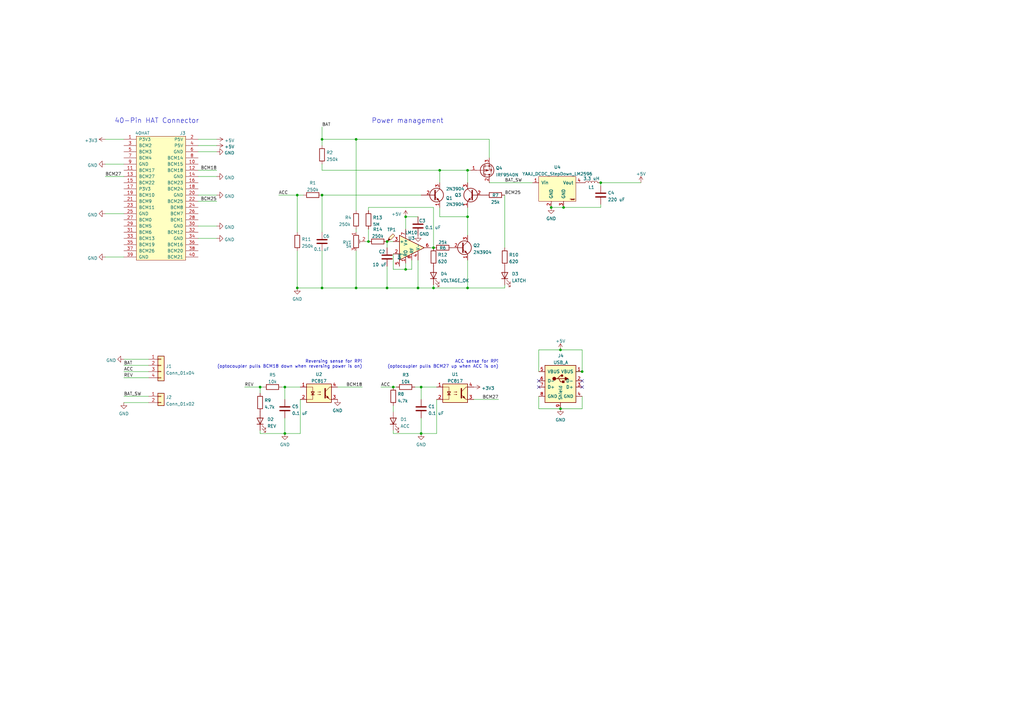
<source format=kicad_sch>
(kicad_sch (version 20230121) (generator eeschema)
  (paper "A3")
  (title_block (title "Raspberry Pi HAT") (rev "A"))
  (lib_symbols
    (symbol "Connector:TestPoint_Probe" (pin_numbers hide) (pin_names (offset 0.762) hide)
      (property "Reference" "TP" (at 1.651 5.842 0))
      (property "Value" "TestPoint_Probe" (at 1.651 4.064 0))
      (symbol "TestPoint_Probe_0_1"
        (polyline (pts (xy 1.27 0.762) (xy 0 0) (xy 0.762 1.27) (xy 1.27 0.762)) (fill (type outline)))
        (polyline (pts (xy 1.397 0.635) (xy 0.635 1.397) (xy 2.413 3.175) (xy 3.175 2.413) (xy 1.397 0.635)) (fill (type background)))
      )
      (symbol "TestPoint_Probe_1_1"
        (pin passive line (at 0 0 90) (length 0) (name "1") (number "1"))
      )
    )
    (symbol "Connector_Generic:Conn_01x02" (pin_names (offset 1.016) hide)
      (property "Reference" "J" (at 0 2.54 0))
      (property "Value" "Conn_01x02" (at 0 -5.08 0))
      (symbol "Conn_01x02_1_1"
        (rectangle (start -1.27 -2.413) (end 0 -2.667) (stroke (width 0.1524)))
        (rectangle (start -1.27 0.127) (end 0 -0.127) (stroke (width 0.1524)))
        (rectangle (start -1.27 1.27) (end 1.27 -3.81) (stroke (width 0.254)) (fill (type background)))
        (pin passive line (at -5.08 0 0) (length 3.81) (name "Pin_1") (number "1"))
        (pin passive line (at -5.08 -2.54 0) (length 3.81) (name "Pin_2") (number "2"))
      )
    )
    (symbol "Connector_Generic:Conn_01x04" (pin_names (offset 1.016) hide)
      (property "Reference" "J" (at 0 5.08 0))
      (property "Value" "Conn_01x04" (at 0 -7.62 0))
      (symbol "Conn_01x04_1_1"
        (rectangle (start -1.27 -4.953) (end 0 -5.207) (stroke (width 0.1524)))
        (rectangle (start -1.27 -2.413) (end 0 -2.667) (stroke (width 0.1524)))
        (rectangle (start -1.27 0.127) (end 0 -0.127) (stroke (width 0.1524)))
        (rectangle (start -1.27 2.667) (end 0 2.413) (stroke (width 0.1524)))
        (rectangle (start -1.27 3.81) (end 1.27 -6.35) (stroke (width 0.254)) (fill (type background)))
        (pin passive line (at -5.08 2.54 0) (length 3.81) (name "Pin_1") (number "1"))
        (pin passive line (at -5.08 0 0) (length 3.81) (name "Pin_2") (number "2"))
        (pin passive line (at -5.08 -2.54 0) (length 3.81) (name "Pin_3") (number "3"))
        (pin passive line (at -5.08 -5.08 0) (length 3.81) (name "Pin_4") (number "4"))
      )
    )
    (symbol "Device:C" (pin_numbers hide) (pin_names (offset 0.254))
      (property "Reference" "C" (at 0.635 2.54 0))
      (property "Value" "C" (at 0.635 -2.54 0))
      (symbol "C_0_1"
        (polyline (pts (xy -2.032 -0.762) (xy 2.032 -0.762)) (stroke (width 0.508)))
        (polyline (pts (xy -2.032 0.762) (xy 2.032 0.762)) (stroke (width 0.508)))
      )
      (symbol "C_1_1"
        (pin passive line (at 0 3.81 270) (length 2.794) (name "~") (number "1"))
        (pin passive line (at 0 -3.81 90) (length 2.794) (name "~") (number "2"))
      )
    )
    (symbol "Device:L" (pin_numbers hide) (pin_names (offset 1.016) hide)
      (property "Reference" "L" (at -1.27 0 90))
      (property "Value" "L" (at 1.905 0 90))
      (symbol "L_0_1"
        (arc (start 0 -2.54) (mid 0.6323 -1.905) (end 0 -1.27))
        (arc (start 0 -1.27) (mid 0.6323 -0.635) (end 0 0))
        (arc (start 0 0) (mid 0.6323 0.635) (end 0 1.27))
        (arc (start 0 1.27) (mid 0.6323 1.905) (end 0 2.54))
      )
      (symbol "L_1_1"
        (pin passive line (at 0 3.81 270) (length 1.27) (name "1") (number "1"))
        (pin passive line (at 0 -3.81 90) (length 1.27) (name "2") (number "2"))
      )
    )
    (symbol "Device:LED" (pin_numbers hide) (pin_names (offset 1.016) hide)
      (property "Reference" "D" (at 0 2.54 0))
      (property "Value" "LED" (at 0 -2.54 0))
      (symbol "LED_0_1"
        (polyline (pts (xy -1.27 -1.27) (xy -1.27 1.27)) (stroke (width 0.254)))
        (polyline (pts (xy -1.27 0) (xy 1.27 0)))
        (polyline (pts (xy 1.27 -1.27) (xy 1.27 1.27) (xy -1.27 0) (xy 1.27 -1.27)) (stroke (width 0.254)))
        (polyline (pts (xy -3.048 -0.762) (xy -4.572 -2.286) (xy -3.81 -2.286) (xy -4.572 -2.286) (xy -4.572 -1.524)))
        (polyline (pts (xy -1.778 -0.762) (xy -3.302 -2.286) (xy -2.54 -2.286) (xy -3.302 -2.286) (xy -3.302 -1.524)))
      )
      (symbol "LED_1_1"
        (pin passive line (at -3.81 0 0) (length 2.54) (name "K") (number "1"))
        (pin passive line (at 3.81 0 180) (length 2.54) (name "A") (number "2"))
      )
    )
    (symbol "Device:R" (pin_numbers hide) (pin_names (offset 0))
      (property "Reference" "R" (at 2.032 0 90))
      (property "Value" "R" (at 0 0 90))
      (symbol "R_0_1"
        (rectangle (start -1.016 -2.54) (end 1.016 2.54) (stroke (width 0.254)))
      )
      (symbol "R_1_1"
        (pin passive line (at 0 3.81 270) (length 1.27) (name "~") (number "1"))
        (pin passive line (at 0 -3.81 90) (length 1.27) (name "~") (number "2"))
      )
    )
    (symbol "Device:R_POT_TRIM" (pin_names (offset 1.016) hide)
      (property "Reference" "RV" (at -4.445 0 90))
      (property "Value" "R_POT_TRIM" (at -2.54 0 90))
      (symbol "R_POT_TRIM_0_1"
        (polyline (pts (xy 1.524 0.762) (xy 1.524 -0.762)))
        (polyline (pts (xy 2.54 0) (xy 1.524 0)))
        (rectangle (start 1.016 2.54) (end -1.016 -2.54) (stroke (width 0.254)))
      )
      (symbol "R_POT_TRIM_1_1"
        (pin passive line (at 0 3.81 270) (length 1.27) (name "1") (number "1"))
        (pin passive line (at 3.81 0 180) (length 1.27) (name "2") (number "2"))
        (pin passive line (at 0 -3.81 90) (length 1.27) (name "3") (number "3"))
      )
    )
    (symbol "Isolator:PC817" (pin_names (offset 1.016))
      (property "Reference" "U" (at -5.08 5.08 0))
      (property "Value" "PC817" (at 0 5.08 0))
      (symbol "PC817_0_1"
        (rectangle (start -5.08 3.81) (end 5.08 -3.81) (stroke (width 0.254)) (fill (type background)))
        (polyline (pts (xy -3.175 -0.635) (xy -1.905 -0.635)) (stroke (width 0.254)))
        (polyline (pts (xy 2.54 0.635) (xy 4.445 2.54)))
        (polyline (pts (xy 4.445 -2.54) (xy 2.54 -0.635)) (fill (type outline)))
        (polyline (pts (xy 4.445 -2.54) (xy 5.08 -2.54)))
        (polyline (pts (xy 4.445 2.54) (xy 5.08 2.54)))
        (polyline (pts (xy -5.08 2.54) (xy -2.54 2.54) (xy -2.54 -0.635)))
        (polyline (pts (xy -2.54 -0.635) (xy -2.54 -2.54) (xy -5.08 -2.54)))
        (polyline (pts (xy 2.54 1.905) (xy 2.54 -1.905) (xy 2.54 -1.905)) (stroke (width 0.508)))
        (polyline (pts (xy -2.54 -0.635) (xy -3.175 0.635) (xy -1.905 0.635) (xy -2.54 -0.635)) (stroke (width 0.254)))
        (polyline (pts (xy -0.508 -0.508) (xy 0.762 -0.508) (xy 0.381 -0.635) (xy 0.381 -0.381) (xy 0.762 -0.508)))
        (polyline (pts (xy -0.508 0.508) (xy 0.762 0.508) (xy 0.381 0.381) (xy 0.381 0.635) (xy 0.762 0.508)))
        (polyline (pts (xy 3.048 -1.651) (xy 3.556 -1.143) (xy 4.064 -2.159) (xy 3.048 -1.651) (xy 3.048 -1.651)) (fill (type outline)))
      )
      (symbol "PC817_1_1"
        (pin passive line (at -7.62 2.54 0) (length 2.54) (name "~") (number "1"))
        (pin passive line (at -7.62 -2.54 0) (length 2.54) (name "~") (number "2"))
        (pin passive line (at 7.62 -2.54 180) (length 2.54) (name "~") (number "3"))
        (pin passive line (at 7.62 2.54 180) (length 2.54) (name "~") (number "4"))
      )
    )
    (symbol "Transistor_BJT:2N3904" (pin_names (offset 0) hide)
      (property "Reference" "Q" (at 5.08 1.905 0))
      (property "Value" "2N3904" (at 5.08 0 0))
      (symbol "2N3904_0_1"
        (polyline (pts (xy 0.635 0.635) (xy 2.54 2.54)))
        (polyline (pts (xy 0.635 -0.635) (xy 2.54 -2.54) (xy 2.54 -2.54)))
        (polyline (pts (xy 0.635 1.905) (xy 0.635 -1.905) (xy 0.635 -1.905)) (stroke (width 0.508)))
        (polyline (pts (xy 1.27 -1.778) (xy 1.778 -1.27) (xy 2.286 -2.286) (xy 1.27 -1.778) (xy 1.27 -1.778)) (fill (type outline)))
        (circle (center 1.27 0) (radius 2.8194) (stroke (width 0.254)))
      )
      (symbol "2N3904_1_1"
        (pin passive line (at 2.54 -5.08 90) (length 2.54) (name "E") (number "1"))
        (pin passive line (at -5.08 0 0) (length 5.715) (name "B") (number "2"))
        (pin passive line (at 2.54 5.08 270) (length 2.54) (name "C") (number "3"))
      )
    )
    (symbol "Transistor_FET:IRF9540N" (pin_names hide)
      (property "Reference" "Q" (at 5.08 1.905 0))
      (property "Value" "IRF9540N" (at 5.08 0 0))
      (symbol "IRF9540N_0_1"
        (polyline (pts (xy 0.254 0) (xy -2.54 0)))
        (polyline (pts (xy 0.254 1.905) (xy 0.254 -1.905)) (stroke (width 0.254)))
        (polyline (pts (xy 0.762 -1.27) (xy 0.762 -2.286)) (stroke (width 0.254)))
        (polyline (pts (xy 0.762 0.508) (xy 0.762 -0.508)) (stroke (width 0.254)))
        (polyline (pts (xy 0.762 2.286) (xy 0.762 1.27)) (stroke (width 0.254)))
        (polyline (pts (xy 2.54 2.54) (xy 2.54 1.778)))
        (polyline (pts (xy 2.54 -2.54) (xy 2.54 0) (xy 0.762 0)))
        (polyline (pts (xy 0.762 1.778) (xy 3.302 1.778) (xy 3.302 -1.778) (xy 0.762 -1.778)))
        (polyline (pts (xy 2.286 0) (xy 1.27 0.381) (xy 1.27 -0.381) (xy 2.286 0)) (fill (type outline)))
        (polyline (pts (xy 2.794 -0.508) (xy 2.921 -0.381) (xy 3.683 -0.381) (xy 3.81 -0.254)))
        (polyline (pts (xy 3.302 -0.381) (xy 2.921 0.254) (xy 3.683 0.254) (xy 3.302 -0.381)))
        (circle (center 1.651 0) (radius 2.794) (stroke (width 0.254)))
        (circle (center 2.54 -1.778) (radius 0.254) (fill (type outline)))
        (circle (center 2.54 1.778) (radius 0.254) (fill (type outline)))
      )
      (symbol "IRF9540N_1_1"
        (pin input line (at -5.08 0 0) (length 2.54) (name "G") (number "1"))
        (pin passive line (at 2.54 5.08 270) (length 2.54) (name "D") (number "2"))
        (pin passive line (at 2.54 -5.08 90) (length 2.54) (name "S") (number "3"))
      )
    )
    (symbol "power:+3.3V" (power) (pin_names (offset 0))
      (property "Value" "+3.3V" (at 0 3.556 0))
      (symbol "+3.3V_0_1"
        (polyline (pts (xy -0.762 1.27) (xy 0 2.54)))
        (polyline (pts (xy 0 0) (xy 0 2.54)))
        (polyline (pts (xy 0 2.54) (xy 0.762 1.27)))
      )
      (symbol "+3.3V_1_1"
        (pin power_in line (at 0 0 90) (length 0) hide (name "+3V3") (number "1"))
      )
    )
    (symbol "power:+5V" (power) (pin_names (offset 0))
      (property "Value" "+5V" (at 0 3.556 0))
      (symbol "+5V_0_1"
        (polyline (pts (xy -0.762 1.27) (xy 0 2.54)))
        (polyline (pts (xy 0 0) (xy 0 2.54)))
        (polyline (pts (xy 0 2.54) (xy 0.762 1.27)))
      )
      (symbol "+5V_1_1"
        (pin power_in line (at 0 0 90) (length 0) hide (name "+5V") (number "1"))
      )
    )
    (symbol "power:GND" (power) (pin_names (offset 0))
      (property "Value" "GND" (at 0 -3.81 0))
      (symbol "GND_0_1"
        (polyline (pts (xy 0 0) (xy 0 -1.27) (xy 1.27 -1.27) (xy 0 -2.54) (xy -1.27 -1.27) (xy 0 -1.27)))
      )
      (symbol "GND_1_1"
        (pin power_in line (at 0 0 270) (length 0) hide (name "GND") (number "1"))
      )
    )
    (symbol "project_library:LM10" (pin_names (offset 0.127))
      (property "Reference" "U" (at 0 7.62 0))
      (property "Value" "LM10" (at 0 5.08 0))
      (property "Footprint" "Package_DIP:DIP-8_W7.62mm" (at -11.43 21.59 0))
      (symbol "LM10_0_1"
        (polyline (pts (xy -5.08 5.08) (xy 5.08 0) (xy -5.08 -5.08) (xy -5.08 5.08)) (stroke (width 0.254)) (fill (type background)))
      )
      (symbol "LM10_1_1"
        (pin output line (at -2.54 -6.35 90) (length 2.54) (name "RO") (number "1"))
        (pin input line (at -7.62 -2.54 0) (length 2.54) (name "-") (number "2"))
        (pin input line (at -7.62 2.54 0) (length 2.54) (name "+") (number "3"))
        (pin power_in line (at 2.54 -5.08 90) (length 3.81) (name "V-") (number "4"))
        (pin unspecified line (at -5.08 -7.62 90) (length 2.54) (name "BAL") (number "5"))
        (pin output line (at 7.62 0 180) (length 2.54) (name "~") (number "6"))
        (pin power_in line (at -2.54 7.62 270) (length 3.81) (name "V+") (number "7"))
        (pin input line (at 0 -5.08 90) (length 2.54) (name "RF") (number "8"))
      )
    )
    (symbol "project_library:USB_A_stacked" (pin_names (offset 1.016))
      (property "Reference" "J4" (at 1.397 11.5866 0))
      (property "Value" "USB_A_stacked" (at 1.397 8.8115 0))
      (symbol "USB_A_stacked_0_1"
        (rectangle (start -5.08 7.62) (end 7.62 -7.62) (stroke (width 0.254)) (fill (type background)))
        (circle (center -1.27 2.159) (radius 0.635) (stroke (width 0.254)) (fill (type outline)))
        (polyline (pts (xy -0.635 2.159) (xy 0 2.159) (xy 1.27 3.429) (xy 1.905 3.429)) (stroke (width 0.254)))
        (polyline (pts (xy 0 2.159) (xy 0.635 2.159) (xy 1.27 0.889) (xy 2.54 0.889)) (stroke (width 0.254)))
        (polyline (pts (xy 3.175 2.794) (xy 3.175 1.524) (xy 4.445 2.159) (xy 3.175 2.794)) (stroke (width 0.254)) (fill (type outline)))
        (circle (center 1.905 3.429) (radius 0.381) (stroke (width 0.254)) (fill (type outline)))
        (rectangle (start 2.794 1.27) (end 2.032 0.508) (stroke (width 0.254)) (fill (type outline)))
      )
      (symbol "USB_A_stacked_1_1"
        (polyline (pts (xy 0.635 2.159) (xy 3.175 2.159)) (stroke (width 0.254)))
        (pin power_in line (at 10.16 5.08 180) (length 2.54) (name "VBUS") (number "1"))
        (pin bidirectional line (at 10.16 1.27 180) (length 2.54) (name "D-") (number "2"))
        (pin bidirectional line (at 10.16 -1.27 180) (length 2.54) (name "D+") (number "3"))
        (pin power_in line (at 10.16 -5.08 180) (length 2.54) (name "GND") (number "4"))
        (pin power_in line (at -7.62 5.08 0) (length 2.54) (name "VBUS") (number "5"))
        (pin bidirectional line (at -7.62 1.27 0) (length 2.54) (name "D-") (number "6"))
        (pin bidirectional line (at -7.62 -1.27 0) (length 2.54) (name "D+") (number "7"))
        (pin power_in line (at -7.62 -5.08 0) (length 2.54) (name "GND") (number "8"))
        (pin passive line (at 1.27 -10.16 90) (length 2.54) (name "Shield") (number "9"))
      )
    )
    (symbol "raspberrypi_hat:OX40HAT" (pin_names (offset 1.016))
      (property "Reference" "J" (at 8.89 2.54 0))
      (property "Value" "OX40HAT" (at -7.62 2.54 0))
      (symbol "OX40HAT_0_1"
        (rectangle (start -10.16 1.27) (end 10.16 -49.53) (fill (type background)))
      )
      (symbol "OX40HAT_1_1"
        (pin bidirectional line (at -15.24 0 0) (length 5.08) (name "P3V3") (number "1"))
        (pin bidirectional line (at 15.24 -10.16 180) (length 5.08) (name "BCM15") (number "10"))
        (pin bidirectional line (at -15.24 -12.7 0) (length 5.08) (name "BCM17") (number "11"))
        (pin bidirectional line (at 15.24 -12.7 180) (length 5.08) (name "BCM18") (number "12"))
        (pin bidirectional line (at -15.24 -15.24 0) (length 5.08) (name "BCM27") (number "13"))
        (pin bidirectional line (at 15.24 -15.24 180) (length 5.08) (name "GND") (number "14"))
        (pin bidirectional line (at -15.24 -17.78 0) (length 5.08) (name "BCM22") (number "15"))
        (pin bidirectional line (at 15.24 -17.78 180) (length 5.08) (name "BCM23") (number "16"))
        (pin bidirectional line (at -15.24 -20.32 0) (length 5.08) (name "P3V3") (number "17"))
        (pin bidirectional line (at 15.24 -20.32 180) (length 5.08) (name "BCM24") (number "18"))
        (pin bidirectional line (at -15.24 -22.86 0) (length 5.08) (name "BCM10") (number "19"))
        (pin bidirectional line (at 15.24 0 180) (length 5.08) (name "P5V") (number "2"))
        (pin bidirectional line (at 15.24 -22.86 180) (length 5.08) (name "GND") (number "20"))
        (pin bidirectional line (at -15.24 -25.4 0) (length 5.08) (name "BCM9") (number "21"))
        (pin bidirectional line (at 15.24 -25.4 180) (length 5.08) (name "BCM25") (number "22"))
        (pin bidirectional line (at -15.24 -27.94 0) (length 5.08) (name "BCM11") (number "23"))
        (pin bidirectional line (at 15.24 -27.94 180) (length 5.08) (name "BCM8") (number "24"))
        (pin bidirectional line (at -15.24 -30.48 0) (length 5.08) (name "GND") (number "25"))
        (pin bidirectional line (at 15.24 -30.48 180) (length 5.08) (name "BCM7") (number "26"))
        (pin bidirectional line (at -15.24 -33.02 0) (length 5.08) (name "BCM0") (number "27"))
        (pin bidirectional line (at 15.24 -33.02 180) (length 5.08) (name "BCM1") (number "28"))
        (pin bidirectional line (at -15.24 -35.56 0) (length 5.08) (name "BCM5") (number "29"))
        (pin bidirectional line (at -15.24 -2.54 0) (length 5.08) (name "BCM2") (number "3"))
        (pin bidirectional line (at 15.24 -35.56 180) (length 5.08) (name "GND") (number "30"))
        (pin bidirectional line (at -15.24 -38.1 0) (length 5.08) (name "BCM6") (number "31"))
        (pin bidirectional line (at 15.24 -38.1 180) (length 5.08) (name "BCM12") (number "32"))
        (pin bidirectional line (at -15.24 -40.64 0) (length 5.08) (name "BCM13") (number "33"))
        (pin bidirectional line (at 15.24 -40.64 180) (length 5.08) (name "GND") (number "34"))
        (pin bidirectional line (at -15.24 -43.18 0) (length 5.08) (name "BCM19") (number "35"))
        (pin bidirectional line (at 15.24 -43.18 180) (length 5.08) (name "BCM16") (number "36"))
        (pin bidirectional line (at -15.24 -45.72 0) (length 5.08) (name "BCM26") (number "37"))
        (pin bidirectional line (at 15.24 -45.72 180) (length 5.08) (name "BCM20") (number "38"))
        (pin bidirectional line (at -15.24 -48.26 0) (length 5.08) (name "GND") (number "39"))
        (pin bidirectional line (at 15.24 -2.54 180) (length 5.08) (name "P5V") (number "4"))
        (pin bidirectional line (at 15.24 -48.26 180) (length 5.08) (name "BCM21") (number "40"))
        (pin bidirectional line (at -15.24 -5.08 0) (length 5.08) (name "BCM3") (number "5"))
        (pin bidirectional line (at 15.24 -5.08 180) (length 5.08) (name "GND") (number "6"))
        (pin bidirectional line (at -15.24 -7.62 0) (length 5.08) (name "BCM4") (number "7"))
        (pin bidirectional line (at 15.24 -7.62 180) (length 5.08) (name "BCM14") (number "8"))
        (pin bidirectional line (at -15.24 -10.16 0) (length 5.08) (name "GND") (number "9"))
      )
    )
    (symbol "yaaj_dcdc_stepdown_lm2596:YAAJ_DCDC_StepDown_LM2596" (pin_names (offset 1.016))
      (property "Reference" "U" (at -5.08 6.35 0))
      (property "Value" "YAAJ_DCDC_StepDown_LM2596" (at 0 11.43 0))
      (symbol "YAAJ_DCDC_StepDown_LM2596_0_1"
        (rectangle (start -7.62 5.08) (end 7.62 -5.08) (fill (type background)))
      )
      (symbol "YAAJ_DCDC_StepDown_LM2596_1_1"
        (text "Y@@V" (at 6.1976 -4.2672 0) (effects (font (size 0.508 0.508))))
        (pin power_in line (at -10.16 2.54 0) (length 2.54) (name "Vin") (number "1"))
        (pin power_in line (at -2.54 -7.62 90) (length 2.54) (name "GND") (number "2"))
        (pin power_in line (at 2.54 -7.62 90) (length 2.54) (name "GND") (number "3"))
        (pin power_out line (at 10.16 2.54 180) (length 2.54) (name "Vout") (number "4"))
      )
    )
  )
  (junction (at 246.38 74.93))
  (junction (at 121.92 80.01))
  (junction (at 191.77 88.9))
  (junction (at 172.72 177.8))
  (junction (at 116.84 158.75))
  (junction (at 177.8 118.11))
  (junction (at 158.75 99.06))
  (junction (at 146.05 57.15))
  (junction (at 191.77 118.11))
  (junction (at 121.92 118.11))
  (junction (at 146.05 118.11))
  (junction (at 226.06 85.09))
  (junction (at 132.08 57.15))
  (junction (at 231.14 85.09))
  (junction (at 151.13 99.06))
  (junction (at 229.87 167.64))
  (junction (at 132.08 80.01))
  (junction (at 180.34 69.85))
  (junction (at 116.84 177.8))
  (junction (at 172.72 158.75))
  (junction (at 238.76 152.4))
  (junction (at 177.8 101.6))
  (junction (at 161.29 158.75))
  (junction (at 132.08 118.11))
  (junction (at 158.75 118.11))
  (junction (at 166.37 110.49))
  (junction (at 171.45 118.11))
  (junction (at 229.87 143.51))
  (junction (at 166.37 88.9))
  (junction (at 191.77 69.85))
  (junction (at 106.68 158.75))
  (no_connect (at 238.76 156.21))
  (no_connect (at 238.76 158.75))
  (no_connect (at 220.98 158.75))
  (no_connect (at 220.98 156.21))
  (wire (pts (xy 81.28 80.01) (xy 88.9 80.01)))
  (wire (pts (xy 176.53 101.6) (xy 177.8 101.6)))
  (wire (pts (xy 238.76 143.51) (xy 229.87 143.51)))
  (wire (pts (xy 238.76 152.4) (xy 238.76 143.51)))
  (wire (pts (xy 106.68 177.8) (xy 116.84 177.8)))
  (wire (pts (xy 132.08 57.15) (xy 146.05 57.15)))
  (wire (pts (xy 146.05 57.15) (xy 200.66 57.15)))
  (wire (pts (xy 146.05 57.15) (xy 146.05 86.36)))
  (wire (pts (xy 50.8 165.1) (xy 60.96 165.1)))
  (wire (pts (xy 100.33 158.75) (xy 106.68 158.75)))
  (wire (pts (xy 50.8 87.63) (xy 43.18 87.63)))
  (wire (pts (xy 180.34 88.9) (xy 180.34 85.09)))
  (wire (pts (xy 132.08 80.01) (xy 172.72 80.01)))
  (wire (pts (xy 50.8 105.41) (xy 43.18 105.41)))
  (wire (pts (xy 81.28 92.71) (xy 88.9 92.71)))
  (wire (pts (xy 116.84 163.83) (xy 116.84 158.75)))
  (wire (pts (xy 161.29 166.37) (xy 161.29 168.91)))
  (wire (pts (xy 180.34 69.85) (xy 132.08 69.85)))
  (wire (pts (xy 166.37 88.9) (xy 166.37 93.98)))
  (wire (pts (xy 81.28 62.23) (xy 88.9 62.23)))
  (wire (pts (xy 226.06 85.09) (xy 231.14 85.09)))
  (wire (pts (xy 194.31 163.83) (xy 204.47 163.83)))
  (wire (pts (xy 170.18 158.75) (xy 172.72 158.75)))
  (wire (pts (xy 172.72 158.75) (xy 179.07 158.75)))
  (wire (pts (xy 146.05 93.98) (xy 146.05 95.25)))
  (wire (pts (xy 107.95 158.75) (xy 106.68 158.75)))
  (wire (pts (xy 180.34 69.85) (xy 191.77 69.85)))
  (wire (pts (xy 123.19 163.83) (xy 123.19 177.8)))
  (wire (pts (xy 123.19 177.8) (xy 116.84 177.8)))
  (wire (pts (xy 146.05 118.11) (xy 132.08 118.11)))
  (wire (pts (xy 158.75 118.11) (xy 171.45 118.11)))
  (wire (pts (xy 177.8 118.11) (xy 171.45 118.11)))
  (wire (pts (xy 191.77 106.68) (xy 191.77 118.11)))
  (wire (pts (xy 191.77 118.11) (xy 177.8 118.11)))
  (wire (pts (xy 229.87 167.64) (xy 238.76 167.64)))
  (wire (pts (xy 238.76 167.64) (xy 238.76 162.56)))
  (wire (pts (xy 50.8 162.56) (xy 60.96 162.56)))
  (wire (pts (xy 220.98 143.51) (xy 229.87 143.51)))
  (wire (pts (xy 220.98 152.4) (xy 220.98 143.51)))
  (wire (pts (xy 207.01 118.11) (xy 191.77 118.11)))
  (wire (pts (xy 50.8 67.31) (xy 43.18 67.31)))
  (wire (pts (xy 115.57 158.75) (xy 116.84 158.75)))
  (wire (pts (xy 116.84 158.75) (xy 123.19 158.75)))
  (wire (pts (xy 191.77 88.9) (xy 191.77 96.52)))
  (wire (pts (xy 166.37 88.9) (xy 171.45 88.9)))
  (wire (pts (xy 138.43 158.75) (xy 148.59 158.75)))
  (wire (pts (xy 191.77 85.09) (xy 191.77 88.9)))
  (wire (pts (xy 106.68 161.29) (xy 106.68 158.75)))
  (wire (pts (xy 81.28 57.15) (xy 88.9 57.15)))
  (wire (pts (xy 236.22 152.4) (xy 238.76 152.4)))
  (wire (pts (xy 132.08 59.69) (xy 132.08 57.15)))
  (wire (pts (xy 151.13 93.98) (xy 151.13 99.06)))
  (wire (pts (xy 149.86 99.06) (xy 151.13 99.06)))
  (wire (pts (xy 158.75 99.06) (xy 161.29 99.06)))
  (wire (pts (xy 179.07 163.83) (xy 179.07 177.8)))
  (wire (pts (xy 179.07 177.8) (xy 172.72 177.8)))
  (wire (pts (xy 177.8 118.11) (xy 177.8 116.84)))
  (wire (pts (xy 121.92 102.87) (xy 121.92 118.11)))
  (wire (pts (xy 161.29 110.49) (xy 161.29 104.14)))
  (wire (pts (xy 166.37 107.95) (xy 166.37 110.49)))
  (wire (pts (xy 166.37 110.49) (xy 161.29 110.49)))
  (wire (pts (xy 161.29 177.8) (xy 161.29 176.53)))
  (wire (pts (xy 172.72 177.8) (xy 161.29 177.8)))
  (wire (pts (xy 231.14 85.09) (xy 246.38 85.09)))
  (wire (pts (xy 246.38 85.09) (xy 246.38 83.82)))
  (wire (pts (xy 200.66 74.93) (xy 218.44 74.93)))
  (wire (pts (xy 132.08 80.01) (xy 132.08 95.25)))
  (wire (pts (xy 200.66 57.15) (xy 200.66 64.77)))
  (wire (pts (xy 81.28 72.39) (xy 88.9 72.39)))
  (wire (pts (xy 156.21 158.75) (xy 161.29 158.75)))
  (wire (pts (xy 161.29 158.75) (xy 162.56 158.75)))
  (wire (pts (xy 171.45 106.68) (xy 171.45 118.11)))
  (wire (pts (xy 121.92 118.11) (xy 132.08 118.11)))
  (wire (pts (xy 191.77 69.85) (xy 191.77 74.93)))
  (wire (pts (xy 116.84 171.45) (xy 116.84 177.8)))
  (wire (pts (xy 246.38 74.93) (xy 262.89 74.93)))
  (wire (pts (xy 172.72 163.83) (xy 172.72 158.75)))
  (wire (pts (xy 106.68 177.8) (xy 106.68 176.53)))
  (wire (pts (xy 50.8 149.86) (xy 60.96 149.86)))
  (wire (pts (xy 121.92 80.01) (xy 121.92 95.25)))
  (wire (pts (xy 151.13 85.09) (xy 177.8 85.09)))
  (wire (pts (xy 151.13 86.36) (xy 151.13 85.09)))
  (wire (pts (xy 177.8 85.09) (xy 177.8 101.6)))
  (wire (pts (xy 158.75 109.22) (xy 158.75 118.11)))
  (wire (pts (xy 180.34 88.9) (xy 191.77 88.9)))
  (wire (pts (xy 81.28 59.69) (xy 88.9 59.69)))
  (wire (pts (xy 81.28 97.79) (xy 88.9 97.79)))
  (wire (pts (xy 132.08 67.31) (xy 132.08 69.85)))
  (wire (pts (xy 50.8 57.15) (xy 43.18 57.15)))
  (wire (pts (xy 50.8 147.32) (xy 60.96 147.32)))
  (wire (pts (xy 246.38 74.93) (xy 246.38 76.2)))
  (wire (pts (xy 146.05 118.11) (xy 158.75 118.11)))
  (wire (pts (xy 146.05 102.87) (xy 146.05 118.11)))
  (wire (pts (xy 207.01 80.01) (xy 207.01 101.6)))
  (wire (pts (xy 191.77 69.85) (xy 193.04 69.85)))
  (wire (pts (xy 168.91 106.68) (xy 168.91 110.49)))
  (wire (pts (xy 168.91 110.49) (xy 166.37 110.49)))
  (wire (pts (xy 172.72 177.8) (xy 172.72 171.45)))
  (wire (pts (xy 207.01 118.11) (xy 207.01 116.84)))
  (wire (pts (xy 81.28 82.55) (xy 88.9 82.55)))
  (wire (pts (xy 158.75 99.06) (xy 158.75 101.6)))
  (wire (pts (xy 50.8 152.4) (xy 60.96 152.4)))
  (wire (pts (xy 132.08 102.87) (xy 132.08 118.11)))
  (wire (pts (xy 180.34 69.85) (xy 180.34 74.93)))
  (wire (pts (xy 185.42 101.6) (xy 184.15 101.6)))
  (wire (pts (xy 114.3 80.01) (xy 121.92 80.01)))
  (wire (pts (xy 121.92 80.01) (xy 124.46 80.01)))
  (wire (pts (xy 81.28 69.85) (xy 88.9 69.85)))
  (wire (pts (xy 220.98 167.64) (xy 220.98 162.56)))
  (wire (pts (xy 229.87 167.64) (xy 220.98 167.64)))
  (wire (pts (xy 50.8 154.94) (xy 60.96 154.94)))
  (wire (pts (xy 43.18 72.39) (xy 50.8 72.39)))
  (wire (pts (xy 132.08 52.07) (xy 132.08 57.15)))
  (text "ACC sense for RPi\n(optocoupler pulls BCM27 up when ACC is on)" (at 204.47 151.13 0) (effects (font (size 1.27 1.27)) (justify right bottom)))
  (text "Power management" (at 152.4 50.8 0) (effects (font (size 2 2)) (justify left bottom)))
  (text "40-Pin HAT Connector" (at 46.99 50.8 0) (effects (font (size 2 2)) (justify left bottom)))
  (text "Reversing sense for RPi\n(optocoupler pulls BCM18 down when reversing power is on)" (at 148.59 151.13 0) (effects (font (size 1.27 1.27)) (justify right bottom)))
  (label "BAT" (at 50.8 149.86 0))
  (label "REV" (at 100.33 158.75 0))
  (label "BAT_SW" (at 207.01 74.93 0))
  (label "BAT" (at 132.08 52.07 0))
  (label "BCM25" (at 207.01 80.01 0))
  (label "BCM27" (at 204.47 163.83 180))
  (label "BCM27" (at 43.18 72.39 0))
  (label "ACC" (at 114.3 80.01 0))
  (label "BCM18" (at 148.59 158.75 180))
  (label "REV" (at 50.8 154.94 0))
  (label "BCM18" (at 88.9 69.85 180))
  (label "ACC" (at 156.21 158.75 0))
  (label "ACC" (at 50.8 152.4 0))
  (label "BAT_SW" (at 50.8 162.56 0))
  (label "BCM25" (at 88.9 82.55 180))
  (symbol (lib_id "raspberrypi_hat:OX40HAT") (at 66.04 57.15 0) (unit 1)
    (property "Reference" "J3" (at 74.93 54.61 0))
    (property "Value" "40HAT" (at 58.42 54.61 0))
    (property "Footprint" "Connector_PinSocket_2.54mm:PinSocket_2x20_P2.54mm_Vertical" (effects hide))
  )
  (symbol (lib_id "Device:LED") (at 177.8 113.03 90) (unit 1)
    (property "Reference" "D4" (at 180.7211 112.312 90) (effects (justify right)))
    (property "Value" "VOLTAGE_OK" (at 180.7211 115.0871 90) (effects (justify right)))
    (property "Footprint" "LED_THT:LED_D3.0mm" (effects hide))
  )
  (symbol (lib_id "Device:R") (at 207.01 105.41 0) (unit 1)
    (property "Reference" "R10" (at 208.7881 104.5015 0) (effects (justify left)))
    (property "Value" "620" (at 208.7881 107.2766 0) (effects (justify left)))
    (property "Footprint" "Resistor_THT:R_Axial_DIN0207_L6.3mm_D2.5mm_P7.62mm_Horizontal" (effects hide))
  )
  (symbol (lib_id "Isolator:PC817") (at 130.81 161.29 0) (unit 1)
    (property "Reference" "U2" (at 130.81 153.5134 0))
    (property "Value" "PC817" (at 130.81 156.2885 0))
    (property "Footprint" "Package_DIP:DIP-4_W7.62mm" (effects hide))
    (property "Datasheet" "http://www.soselectronic.cz/a_info/resource/d/pc817.pdf" (effects hide))
  )
  (symbol (lib_id "Device:L") (at 242.57 74.93 90) (unit 1)
    (property "Reference" "L1" (at 242.57 76.8054 90))
    (property "Value" "3.3 uH" (at 242.57 73.2305 90))
    (property "Footprint" "Inductor_THT:L_Radial_D6.0mm_P4.00mm" (effects hide))
  )
  (symbol (lib_id "Device:R") (at 161.29 162.56 0) (unit 1)
    (property "Reference" "R8" (at 163.0681 161.6515 0) (effects (justify left)))
    (property "Value" "4.7k" (at 163.0681 164.4266 0) (effects (justify left)))
    (property "Footprint" "Resistor_THT:R_Axial_DIN0207_L6.3mm_D2.5mm_P7.62mm_Horizontal" (effects hide))
  )
  (symbol (lib_id "yaaj_dcdc_stepdown_lm2596:YAAJ_DCDC_StepDown_LM2596") (at 228.6 77.47 0) (unit 1)
    (property "Reference" "U4" (at 228.6 68.5504 0))
    (property "Value" "YAAJ_DCDC_StepDown_LM2596" (at 228.6 71.3255 0))
    (property "Footprint" "project_footprints:YAAJ_DCDC_StepDown_LM2596" (effects hide))
  )
  (symbol (lib_id "Device:R_POT_TRIM") (at 146.05 99.06 0) (unit 1)
    (property "Reference" "RV1" (at 144.272 99.4215 0) (effects (justify right)))
    (property "Value" "5k" (at 144.272 100.9266 0) (effects (justify right)))
    (property "Footprint" "Potentiometer_THT:Potentiometer_Bourns_3296W_Vertical" (effects hide))
  )
  (symbol (lib_id "project_library:USB_A_stacked") (at 228.6 157.48 0) (unit 1)
    (property "Reference" "J4" (at 229.997 145.8934 0))
    (property "Value" "USB_A" (at 229.997 148.6685 0))
    (property "Footprint" "Connector_USB:USB_A_Wuerth_61400826021_Horizontal_Stacked" (effects hide))
    (property "Datasheet" " ~" (effects hide))
  )
  (symbol (lib_id "Transistor_FET:IRF9540N") (at 198.12 69.85 0) (mirror x) (unit 1)
    (property "Reference" "Q4" (at 203.3271 68.9415 0) (effects (justify left)))
    (property "Value" "IRF9540N" (at 203.3271 71.7166 0) (effects (justify left)))
    (property "Footprint" "Package_TO_SOT_THT:TO-220-3_Vertical" (effects hide))
    (property "Datasheet" "http://www.irf.com/product-info/datasheets/data/irf9540n.pdf" (effects hide))
  )
  (symbol (lib_id "power:GND") (at 171.45 96.52 0) (unit 1)
    (property "Reference" "#PWR0123" (effects hide))
    (property "Value" "GND" (at 173.99 96.0026 0))
  )
  (symbol (lib_id "Device:C") (at 116.84 167.64 0) (unit 1)
    (property "Reference" "C5" (at 119.7611 166.7315 0) (effects (justify left)))
    (property "Value" "0.1 uF" (at 119.7611 169.5066 0) (effects (justify left)))
    (property "Footprint" "Capacitor_THT:C_Disc_D4.7mm_W2.5mm_P5.00mm" (effects hide))
  )
  (symbol (lib_id "power:GND") (at 88.9 62.23 90) (unit 1)
    (property "Reference" "#PWR0109" (effects hide))
    (property "Value" "GND" (at 92.0751 62.709 90) (effects (justify right)))
  )
  (symbol (lib_id "Transistor_BJT:2N3904") (at 177.8 80.01 0) (unit 1)
    (property "Reference" "Q1" (at 182.88 81.28 0) (effects (justify left)))
    (property "Value" "2N3904" (at 182.88 83.82 0) (effects (justify left)))
    (property "Footprint" "Package_TO_SOT_THT:TO-92_HandSolder" (effects hide))
    (property "Datasheet" "https://www.onsemi.com/pub/Collateral/2N3903-D.PDF" (effects hide))
  )
  (symbol (lib_id "Connector_Generic:Conn_01x02") (at 66.04 162.56 0) (unit 1)
    (property "Reference" "J2" (at 68.0721 162.9215 0) (effects (justify left)))
    (property "Value" "Conn_01x02" (at 68.0721 165.6966 0) (effects (justify left)))
    (property "Footprint" "Connector_PinHeader_2.54mm:PinHeader_1x02_P2.54mm_Vertical" (effects hide))
  )
  (symbol (lib_id "Device:C") (at 171.45 92.71 0) (unit 1)
    (property "Reference" "C3" (at 171.8311 90.5315 0) (effects (justify left)))
    (property "Value" "0.1 uF" (at 174.3711 93.3066 0) (effects (justify left)))
    (property "Footprint" "Capacitor_THT:C_Disc_D4.7mm_W2.5mm_P5.00mm" (effects hide))
  )
  (symbol (lib_id "Device:R") (at 111.76 158.75 90) (unit 1)
    (property "Reference" "R5" (at 111.76 153.7674 90))
    (property "Value" "10k" (at 111.76 156.5425 90))
    (property "Footprint" "Resistor_THT:R_Axial_DIN0207_L6.3mm_D2.5mm_P7.62mm_Horizontal" (effects hide))
  )
  (symbol (lib_id "Device:C") (at 158.75 105.41 0) (unit 1)
    (property "Reference" "C2" (at 155.3211 103.2315 0) (effects (justify left)))
    (property "Value" "10 uF" (at 152.7811 108.5466 0) (effects (justify left)))
    (property "Footprint" "Capacitor_THT:C_Disc_D5.1mm_W3.2mm_P5.00mm" (effects hide))
  )
  (symbol (lib_id "Transistor_BJT:2N3904") (at 189.23 101.6 0) (unit 1)
    (property "Reference" "Q2" (at 194.0815 100.6915 0) (effects (justify left)))
    (property "Value" "2N3904" (at 194.0815 103.4666 0) (effects (justify left)))
    (property "Footprint" "Package_TO_SOT_THT:TO-92_HandSolder" (effects hide))
    (property "Datasheet" "https://www.onsemi.com/pub/Collateral/2N3903-D.PDF" (effects hide))
  )
  (symbol (lib_id "Device:LED") (at 106.68 172.72 90) (unit 1)
    (property "Reference" "D2" (at 109.6011 172.002 90) (effects (justify right)))
    (property "Value" "REV" (at 109.6011 174.7771 90) (effects (justify right)))
    (property "Footprint" "LED_THT:LED_D3.0mm" (effects hide))
  )
  (symbol (lib_id "Isolator:PC817") (at 186.69 161.29 0) (unit 1)
    (property "Reference" "U1" (at 186.69 153.5134 0))
    (property "Value" "PC817" (at 186.69 156.2885 0))
    (property "Footprint" "Package_DIP:DIP-4_W7.62mm" (effects hide))
    (property "Datasheet" "http://www.soselectronic.cz/a_info/resource/d/pc817.pdf" (effects hide))
  )
  (symbol (lib_id "power:+5V") (at 166.37 88.9 0) (unit 1)
    (property "Reference" "#PWR0120" (effects hide))
    (property "Value" "+5V" (at 162.56 87.8354 0))
  )
  (symbol (lib_id "power:+5V") (at 229.87 143.51 0) (unit 1)
    (property "Reference" "#PWR0107" (effects hide))
    (property "Value" "+5V" (at 229.87 139.9054 0))
  )
  (symbol (lib_id "power:GND") (at 43.18 67.31 270) (unit 1)
    (property "Reference" "#PWR0103" (effects hide))
    (property "Value" "GND" (at 40.005 67.789 90) (effects (justify right)))
  )
  (symbol (lib_id "power:GND") (at 229.87 167.64 0) (unit 1)
    (property "Reference" "#PWR0122" (effects hide))
    (property "Value" "GND" (at 229.87 172.2026 0))
  )
  (symbol (lib_id "power:GND") (at 121.92 118.11 0) (unit 1)
    (property "Reference" "#PWR0106" (effects hide))
    (property "Value" "GND" (at 121.92 122.6726 0))
  )
  (symbol (lib_id "Device:C") (at 172.72 167.64 0) (unit 1)
    (property "Reference" "C1" (at 175.6411 166.7315 0) (effects (justify left)))
    (property "Value" "0.1 uF" (at 175.6411 169.5066 0) (effects (justify left)))
    (property "Footprint" "Capacitor_THT:C_Disc_D4.7mm_W2.5mm_P5.00mm" (effects hide))
  )
  (symbol (lib_id "Device:R") (at 154.94 99.06 90) (unit 1)
    (property "Reference" "R14" (at 154.94 94.0774 90))
    (property "Value" "250k" (at 154.94 96.8525 90))
    (property "Footprint" "Resistor_THT:R_Axial_DIN0207_L6.3mm_D2.5mm_P7.62mm_Horizontal" (effects hide))
  )
  (symbol (lib_id "power:GND") (at 226.06 85.09 0) (unit 1)
    (property "Reference" "#PWR0121" (effects hide))
    (property "Value" "GND" (at 226.06 89.6526 0))
  )
  (symbol (lib_id "power:GND") (at 88.9 97.79 90) (unit 1)
    (property "Reference" "#PWR0115" (effects hide))
    (property "Value" "GND" (at 92.0751 98.269 90) (effects (justify right)))
  )
  (symbol (lib_id "power:GND") (at 172.72 177.8 0) (unit 1)
    (property "Reference" "#PWR0119" (effects hide))
    (property "Value" "GND" (at 172.72 182.3626 0))
  )
  (symbol (lib_id "Device:R") (at 121.92 99.06 0) (unit 1)
    (property "Reference" "R11" (at 123.6981 98.1515 0) (effects (justify left)))
    (property "Value" "250k" (at 123.6981 100.9266 0) (effects (justify left)))
    (property "Footprint" "Resistor_THT:R_Axial_DIN0207_L6.3mm_D2.5mm_P7.62mm_Horizontal" (effects hide))
  )
  (symbol (lib_id "power:GND") (at 138.43 163.83 0) (unit 1)
    (property "Reference" "#PWR0118" (effects hide))
    (property "Value" "GND" (at 138.43 168.3926 0))
  )
  (symbol (lib_id "Device:R") (at 132.08 63.5 0) (unit 1)
    (property "Reference" "R2" (at 133.8581 62.5915 0) (effects (justify left)))
    (property "Value" "250k" (at 133.8581 65.3666 0) (effects (justify left)))
    (property "Footprint" "Resistor_THT:R_Axial_DIN0207_L6.3mm_D2.5mm_P7.62mm_Horizontal" (effects hide))
  )
  (symbol (lib_id "power:GND") (at 50.8 147.32 270) (unit 1)
    (property "Reference" "#PWR0102" (effects hide))
    (property "Value" "GND" (at 47.625 147.799 90) (effects (justify right)))
  )
  (symbol (lib_id "Device:C") (at 132.08 99.06 0) (unit 1)
    (property "Reference" "C6" (at 132.4611 96.8815 0) (effects (justify left)))
    (property "Value" "0.1 uF" (at 128.6511 102.1966 0) (effects (justify left)))
    (property "Footprint" "Capacitor_THT:C_Disc_D4.7mm_W2.5mm_P5.00mm" (effects hide))
  )
  (symbol (lib_id "power:+3.3V") (at 194.31 158.75 270) (unit 1)
    (property "Reference" "#PWR0116" (effects hide))
    (property "Value" "+3.3V" (at 197.4851 159.229 90) (effects (justify left)))
  )
  (symbol (lib_id "Device:LED") (at 207.01 113.03 90) (unit 1)
    (property "Reference" "D3" (at 209.9311 112.312 90) (effects (justify right)))
    (property "Value" "LATCH" (at 209.9311 115.0871 90) (effects (justify right)))
    (property "Footprint" "LED_THT:LED_D3.0mm" (effects hide))
  )
  (symbol (lib_id "power:+3.3V") (at 43.18 57.15 90) (unit 1)
    (property "Reference" "#PWR0105" (effects hide))
    (property "Value" "+3.3V" (at 40.0049 57.629 90) (effects (justify left)))
  )
  (symbol (lib_id "Device:LED") (at 161.29 172.72 90) (unit 1)
    (property "Reference" "D1" (at 164.2111 172.002 90) (effects (justify right)))
    (property "Value" "ACC" (at 164.2111 174.7771 90) (effects (justify right)))
    (property "Footprint" "LED_THT:LED_D3.0mm" (effects hide))
  )
  (symbol (lib_id "Transistor_BJT:2N3904") (at 194.31 80.01 0) (mirror y) (unit 1)
    (property "Reference" "Q3" (at 189.23 80.01 0) (effects (justify left)))
    (property "Value" "2N3904" (at 190.5 77.47 0) (effects (justify left)))
    (property "Footprint" "Package_TO_SOT_THT:TO-92_HandSolder" (effects hide))
    (property "Datasheet" "https://www.onsemi.com/pub/Collateral/2N3903-D.PDF" (effects hide))
  )
  (symbol (lib_id "Device:R") (at 177.8 105.41 0) (unit 1)
    (property "Reference" "R12" (at 179.5781 104.5015 0) (effects (justify left)))
    (property "Value" "620" (at 179.5781 107.2766 0) (effects (justify left)))
    (property "Footprint" "Resistor_THT:R_Axial_DIN0207_L6.3mm_D2.5mm_P7.62mm_Horizontal" (effects hide))
  )
  (symbol (lib_id "power:+5V") (at 88.9 59.69 270) (unit 1)
    (property "Reference" "#PWR0111" (effects hide))
    (property "Value" "+5V" (at 92.0751 60.169 90) (effects (justify left)))
  )
  (symbol (lib_id "Device:R") (at 106.68 165.1 0) (unit 1)
    (property "Reference" "R9" (at 108.4581 164.1915 0) (effects (justify left)))
    (property "Value" "4.7k" (at 108.4581 166.9666 0) (effects (justify left)))
    (property "Footprint" "Resistor_THT:R_Axial_DIN0207_L6.3mm_D2.5mm_P7.62mm_Horizontal" (effects hide))
  )
  (symbol (lib_id "Connector:TestPoint_Probe") (at 158.75 99.06 0) (unit 1)
    (property "Reference" "TP1" (at 158.7501 94.2145 0) (effects (justify left)))
    (property "Value" "TestPoint_Probe" (effects hide))
    (property "Footprint" "TestPoint:TestPoint_THTPad_D1.0mm_Drill0.5mm" (effects hide))
  )
  (symbol (lib_id "Connector_Generic:Conn_01x04") (at 66.04 149.86 0) (unit 1)
    (property "Reference" "J1" (at 68.0721 150.2215 0) (effects (justify left)))
    (property "Value" "Conn_01x04" (at 68.0721 152.9966 0) (effects (justify left)))
    (property "Footprint" "Connector_JST:JST_XH_B4B-XH-A_1x04_P2.50mm_Vertical" (effects hide))
  )
  (symbol (lib_id "power:GND") (at 88.9 80.01 90) (unit 1)
    (property "Reference" "#PWR0112" (effects hide))
    (property "Value" "GND" (at 92.0751 80.489 90) (effects (justify right)))
  )
  (symbol (lib_id "Device:R") (at 203.2 80.01 90) (unit 1)
    (property "Reference" "R7" (at 203.2 80.1074 90))
    (property "Value" "25k" (at 203.2 82.8825 90))
    (property "Footprint" "Resistor_THT:R_Axial_DIN0207_L6.3mm_D2.5mm_P7.62mm_Horizontal" (effects hide))
  )
  (symbol (lib_id "power:GND") (at 88.9 72.39 90) (unit 1)
    (property "Reference" "#PWR0114" (effects hide))
    (property "Value" "GND" (at 92.0751 72.869 90) (effects (justify right)))
  )
  (symbol (lib_id "Device:R") (at 181.61 101.6 90) (unit 1)
    (property "Reference" "R6" (at 181.61 101.6974 90))
    (property "Value" "25k" (at 181.61 99.3925 90))
    (property "Footprint" "Resistor_THT:R_Axial_DIN0207_L6.3mm_D2.5mm_P7.62mm_Horizontal" (effects hide))
  )
  (symbol (lib_id "power:+5V") (at 262.89 74.93 0) (unit 1)
    (property "Reference" "#PWR0108" (effects hide))
    (property "Value" "+5V" (at 262.89 71.3254 0))
  )
  (symbol (lib_id "power:GND") (at 116.84 177.8 0) (unit 1)
    (property "Reference" "#PWR0117" (effects hide))
    (property "Value" "GND" (at 116.84 182.3626 0))
  )
  (symbol (lib_id "Device:R") (at 146.05 90.17 0) (unit 1)
    (property "Reference" "R4" (at 141.4781 89.2615 0) (effects (justify left)))
    (property "Value" "250k" (at 138.9381 92.0366 0) (effects (justify left)))
    (property "Footprint" "Resistor_THT:R_Axial_DIN0207_L6.3mm_D2.5mm_P7.62mm_Horizontal" (effects hide))
  )
  (symbol (lib_id "Device:R") (at 151.13 90.17 0) (unit 1)
    (property "Reference" "R13" (at 152.9081 89.2615 0) (effects (justify left)))
    (property "Value" "5M" (at 152.9081 92.0366 0) (effects (justify left)))
    (property "Footprint" "Resistor_THT:R_Axial_DIN0207_L6.3mm_D2.5mm_P7.62mm_Horizontal" (effects hide))
  )
  (symbol (lib_id "power:+5V") (at 88.9 57.15 270) (unit 1)
    (property "Reference" "#PWR0110" (effects hide))
    (property "Value" "+5V" (at 92.0751 57.629 90) (effects (justify left)))
  )
  (symbol (lib_id "Device:R") (at 166.37 158.75 90) (unit 1)
    (property "Reference" "R3" (at 166.37 153.7674 90))
    (property "Value" "10k" (at 166.37 156.5425 90))
    (property "Footprint" "Resistor_THT:R_Axial_DIN0207_L6.3mm_D2.5mm_P7.62mm_Horizontal" (effects hide))
  )
  (symbol (lib_id "power:GND") (at 43.18 87.63 270) (unit 1)
    (property "Reference" "#PWR0104" (effects hide))
    (property "Value" "GND" (at 40.005 88.109 90) (effects (justify right)))
  )
  (symbol (lib_id "project_library:LM10") (at 168.91 101.6 0) (unit 1)
    (property "Reference" "U3" (at 167.3861 97.7195 0) (effects (justify left)))
    (property "Value" "LM10" (at 166.1161 95.4146 0) (effects (justify left)))
    (property "Footprint" "Package_DIP:DIP-8_W7.62mm" (effects hide))
    (property "Datasheet" "https://www.ti.com/lit/ds/symlink/lm10.pdf" (effects hide))
  )
  (symbol (lib_id "power:GND") (at 88.9 92.71 90) (unit 1)
    (property "Reference" "#PWR0113" (effects hide))
    (property "Value" "GND" (at 92.0751 93.189 90) (effects (justify right)))
  )
  (symbol (lib_id "power:GND") (at 43.18 105.41 270) (unit 1)
    (property "Reference" "#PWR0101" (effects hide))
    (property "Value" "GND" (at 40.005 105.889 90) (effects (justify right)))
  )
  (symbol (lib_id "power:GND") (at 50.8 165.1 0) (unit 1)
    (property "Reference" "#PWR0124" (effects hide))
    (property "Value" "GND" (at 50.8 169.6626 0))
  )
  (symbol (lib_id "Device:C") (at 246.38 80.01 0) (unit 1)
    (property "Reference" "C4" (at 249.3011 79.1015 0) (effects (justify left)))
    (property "Value" "220 uF" (at 249.3011 81.8766 0) (effects (justify left)))
    (property "Footprint" "Capacitor_THT:CP_Radial_D6.3mm_P2.50mm" (effects hide))
  )
  (symbol (lib_id "Device:R") (at 128.27 80.01 90) (unit 1)
    (property "Reference" "R1" (at 128.27 75.0274 90))
    (property "Value" "250k" (at 128.27 77.8025 90))
    (property "Footprint" "Resistor_THT:R_Axial_DIN0207_L6.3mm_D2.5mm_P7.62mm_Horizontal" (effects hide))
  )
)
</source>
